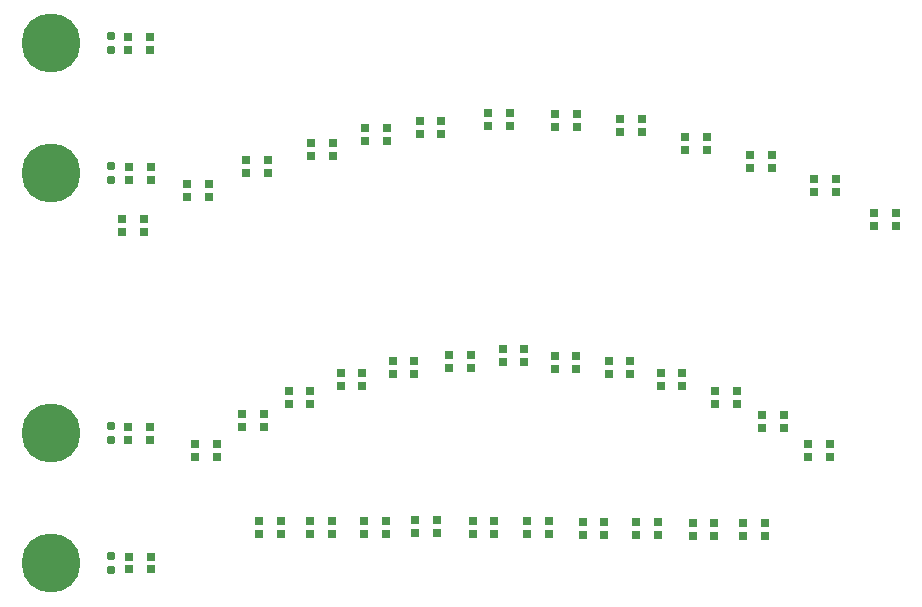
<source format=gbr>
%TF.GenerationSoftware,KiCad,Pcbnew,9.0.2*%
%TF.CreationDate,2025-09-05T17:13:16+02:00*%
%TF.ProjectId,LLM Business Card,4c4c4d20-4275-4736-996e-657373204361,rev?*%
%TF.SameCoordinates,Original*%
%TF.FileFunction,Paste,Bot*%
%TF.FilePolarity,Positive*%
%FSLAX46Y46*%
G04 Gerber Fmt 4.6, Leading zero omitted, Abs format (unit mm)*
G04 Created by KiCad (PCBNEW 9.0.2) date 2025-09-05 17:13:16*
%MOMM*%
%LPD*%
G01*
G04 APERTURE LIST*
G04 Aperture macros list*
%AMRoundRect*
0 Rectangle with rounded corners*
0 $1 Rounding radius*
0 $2 $3 $4 $5 $6 $7 $8 $9 X,Y pos of 4 corners*
0 Add a 4 corners polygon primitive as box body*
4,1,4,$2,$3,$4,$5,$6,$7,$8,$9,$2,$3,0*
0 Add four circle primitives for the rounded corners*
1,1,$1+$1,$2,$3*
1,1,$1+$1,$4,$5*
1,1,$1+$1,$6,$7*
1,1,$1+$1,$8,$9*
0 Add four rect primitives between the rounded corners*
20,1,$1+$1,$2,$3,$4,$5,0*
20,1,$1+$1,$4,$5,$6,$7,0*
20,1,$1+$1,$6,$7,$8,$9,0*
20,1,$1+$1,$8,$9,$2,$3,0*%
G04 Aperture macros list end*
%ADD10R,0.700000X0.700000*%
%ADD11C,5.000000*%
%ADD12RoundRect,0.160000X0.160000X-0.197500X0.160000X0.197500X-0.160000X0.197500X-0.160000X-0.197500X0*%
%ADD13RoundRect,0.160000X-0.160000X0.197500X-0.160000X-0.197500X0.160000X-0.197500X0.160000X0.197500X0*%
G04 APERTURE END LIST*
D10*
%TO.C,D14*%
X131585000Y-113250000D03*
X131585000Y-112150000D03*
X133415000Y-112150000D03*
X133415000Y-113250000D03*
%TD*%
%TO.C,D25*%
X143200000Y-132000000D03*
X143200000Y-130900000D03*
X145030000Y-130900000D03*
X145030000Y-132000000D03*
%TD*%
%TO.C,D30*%
X121170000Y-137500000D03*
X121170000Y-136400000D03*
X123000000Y-136400000D03*
X123000000Y-137500000D03*
%TD*%
%TO.C,D39*%
X131485000Y-146550000D03*
X131485000Y-145450000D03*
X133315000Y-145450000D03*
X133315000Y-146550000D03*
%TD*%
%TO.C,D38*%
X135770000Y-146500000D03*
X135770000Y-145400000D03*
X137600000Y-145400000D03*
X137600000Y-146500000D03*
%TD*%
D11*
%TO.C,U4*%
X105000000Y-149000000D03*
%TD*%
D10*
%TO.C,D34*%
X154485000Y-146650000D03*
X154485000Y-145550000D03*
X156315000Y-145550000D03*
X156315000Y-146650000D03*
%TD*%
%TO.C,D12*%
X142000000Y-112000000D03*
X142000000Y-110900000D03*
X143830000Y-110900000D03*
X143830000Y-112000000D03*
%TD*%
%TO.C,D13*%
X136170000Y-112700000D03*
X136170000Y-111600000D03*
X138000000Y-111600000D03*
X138000000Y-112700000D03*
%TD*%
%TO.C,D28*%
X129500000Y-134000000D03*
X129500000Y-132900000D03*
X131330000Y-132900000D03*
X131330000Y-134000000D03*
%TD*%
%TO.C,D44*%
X111500000Y-105600000D03*
X111500000Y-104500000D03*
X113330000Y-104500000D03*
X113330000Y-105600000D03*
%TD*%
%TO.C,D36*%
X145270000Y-146550000D03*
X145270000Y-145450000D03*
X147100000Y-145450000D03*
X147100000Y-146550000D03*
%TD*%
%TO.C,D15*%
X127000000Y-114500000D03*
X127000000Y-113400000D03*
X128830000Y-113400000D03*
X128830000Y-114500000D03*
%TD*%
%TO.C,D26*%
X138670000Y-132500000D03*
X138670000Y-131400000D03*
X140500000Y-131400000D03*
X140500000Y-132500000D03*
%TD*%
%TO.C,D10*%
X153170000Y-112500000D03*
X153170000Y-111400000D03*
X155000000Y-111400000D03*
X155000000Y-112500000D03*
%TD*%
%TO.C,D32*%
X163570000Y-146700000D03*
X163570000Y-145600000D03*
X165400000Y-145600000D03*
X165400000Y-146700000D03*
%TD*%
%TO.C,D9*%
X158670000Y-114000000D03*
X158670000Y-112900000D03*
X160500000Y-112900000D03*
X160500000Y-114000000D03*
%TD*%
%TO.C,D6*%
X174670000Y-120500000D03*
X174670000Y-119400000D03*
X176500000Y-119400000D03*
X176500000Y-120500000D03*
%TD*%
%TO.C,D20*%
X165185000Y-137550000D03*
X165185000Y-136450000D03*
X167015000Y-136450000D03*
X167015000Y-137550000D03*
%TD*%
%TO.C,D35*%
X149985000Y-146650000D03*
X149985000Y-145550000D03*
X151815000Y-145550000D03*
X151815000Y-146650000D03*
%TD*%
%TO.C,D8*%
X164170000Y-115550000D03*
X164170000Y-114450000D03*
X166000000Y-114450000D03*
X166000000Y-115550000D03*
%TD*%
%TO.C,D7*%
X169585000Y-117550000D03*
X169585000Y-116450000D03*
X171415000Y-116450000D03*
X171415000Y-117550000D03*
%TD*%
%TO.C,D31*%
X117170000Y-140000000D03*
X117170000Y-138900000D03*
X119000000Y-138900000D03*
X119000000Y-140000000D03*
%TD*%
D12*
%TO.C,R12*%
X110000000Y-138597500D03*
X110000000Y-137402500D03*
%TD*%
D10*
%TO.C,D29*%
X125085000Y-135550000D03*
X125085000Y-134450000D03*
X126915000Y-134450000D03*
X126915000Y-135550000D03*
%TD*%
D11*
%TO.C,U5*%
X105000000Y-116000000D03*
%TD*%
D10*
%TO.C,D17*%
X116500000Y-118000000D03*
X116500000Y-116900000D03*
X118330000Y-116900000D03*
X118330000Y-118000000D03*
%TD*%
D13*
%TO.C,R10*%
X110000000Y-115402500D03*
X110000000Y-116597500D03*
%TD*%
%TO.C,R9*%
X110000000Y-104402500D03*
X110000000Y-105597500D03*
%TD*%
D10*
%TO.C,D43*%
X111585000Y-116550000D03*
X111585000Y-115450000D03*
X113415000Y-115450000D03*
X113415000Y-116550000D03*
%TD*%
%TO.C,D46*%
X122585000Y-146550000D03*
X122585000Y-145450000D03*
X124415000Y-145450000D03*
X124415000Y-146550000D03*
%TD*%
%TO.C,D18*%
X111000000Y-121000000D03*
X111000000Y-119900000D03*
X112830000Y-119900000D03*
X112830000Y-121000000D03*
%TD*%
%TO.C,D19*%
X169085000Y-140050000D03*
X169085000Y-138950000D03*
X170915000Y-138950000D03*
X170915000Y-140050000D03*
%TD*%
%TO.C,D27*%
X133885000Y-133000000D03*
X133885000Y-131900000D03*
X135715000Y-131900000D03*
X135715000Y-133000000D03*
%TD*%
%TO.C,D37*%
X140670000Y-146550000D03*
X140670000Y-145450000D03*
X142500000Y-145450000D03*
X142500000Y-146550000D03*
%TD*%
D11*
%TO.C,U6*%
X105000000Y-105000000D03*
%TD*%
%TO.C,U3*%
X105000000Y-138000000D03*
%TD*%
D10*
%TO.C,D24*%
X147600000Y-132550000D03*
X147600000Y-131450000D03*
X149430000Y-131450000D03*
X149430000Y-132550000D03*
%TD*%
%TO.C,D42*%
X111500000Y-138600000D03*
X111500000Y-137500000D03*
X113330000Y-137500000D03*
X113330000Y-138600000D03*
%TD*%
%TO.C,D33*%
X159300000Y-146700000D03*
X159300000Y-145600000D03*
X161130000Y-145600000D03*
X161130000Y-146700000D03*
%TD*%
%TO.C,D22*%
X156585000Y-134050000D03*
X156585000Y-132950000D03*
X158415000Y-132950000D03*
X158415000Y-134050000D03*
%TD*%
%TO.C,D40*%
X126885000Y-146550000D03*
X126885000Y-145450000D03*
X128715000Y-145450000D03*
X128715000Y-146550000D03*
%TD*%
%TO.C,D23*%
X152170000Y-133000000D03*
X152170000Y-131900000D03*
X154000000Y-131900000D03*
X154000000Y-133000000D03*
%TD*%
%TO.C,D21*%
X161170000Y-135500000D03*
X161170000Y-134400000D03*
X163000000Y-134400000D03*
X163000000Y-135500000D03*
%TD*%
D13*
%TO.C,R11*%
X110000000Y-148402500D03*
X110000000Y-149597500D03*
%TD*%
D10*
%TO.C,D41*%
X111585000Y-149550000D03*
X111585000Y-148450000D03*
X113415000Y-148450000D03*
X113415000Y-149550000D03*
%TD*%
%TO.C,D16*%
X121500000Y-116000000D03*
X121500000Y-114900000D03*
X123330000Y-114900000D03*
X123330000Y-116000000D03*
%TD*%
%TO.C,D11*%
X147670000Y-112100000D03*
X147670000Y-111000000D03*
X149500000Y-111000000D03*
X149500000Y-112100000D03*
%TD*%
M02*

</source>
